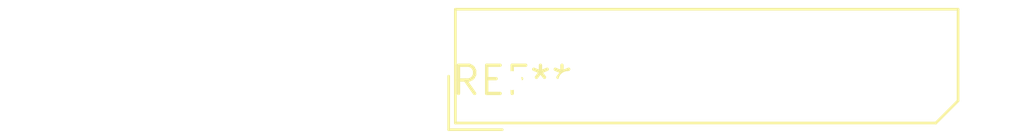
<source format=kicad_pcb>
(kicad_pcb (version 20240108) (generator pcbnew)
  (layers (0 "F.Cu" signal) (31 "B.Cu" signal) (34 "B.Paste" user) (35 "F.Paste" user) (36 "B.SilkS" user "B.Silkscreen") (37 "F.SilkS" user "F.Silkscreen") (38 "B.Mask" user) (39 "F.Mask" user) (44 "Edge.Cuts" user))
  (net 0 "")
  (footprint "Molex_SPOX_5267-08A_1x08_P2.50mm_Vertical" (layer "F.Cu") (at 0 0)
    (property "Reference" "REF**")
    (property "Value" "Molex_SPOX_5267-08A_1x08_P2.50mm_Vertical")
    (fp_line (start -2.86 -0.2) (end -2.86 2.21) (layer "F.SilkS") (stroke (width 0.12)))
    (fp_line (start -2.86 2.21) (end -0.45 2.21) (layer "F.SilkS") (stroke (width 0.12)))
    (fp_line (start -2.56 -3.21) (end -2.56 1.91) (layer "F.SilkS") (stroke (width 0.12)))
    (fp_line (start -2.56 1.91) (end 19.06 1.91) (layer "F.SilkS") (stroke (width 0.12)))
    (fp_line (start 19.06 1.91) (end 20.06 0.91) (layer "F.SilkS") (stroke (width 0.12)))
    (fp_line (start 20.06 -3.21) (end -2.56 -3.21) (layer "F.SilkS") (stroke (width 0.12)))
    (fp_line (start 20.06 0.91) (end 20.06 -3.21) (layer "F.SilkS") (stroke (width 0.12)))
    (pad "1" thru_hole roundrect (at 0 0) (size 1.7 1.85) (drill 0.85) (layers *.Cu *.Mask) (remove_unused_layers) (roundrect_rratio 0.147059))
    (pad "2" thru_hole oval (at 2.5 0) (size 1.7 1.85) (drill 0.85) (layers *.Cu *.Mask) (remove_unused_layers))
    (pad "3" thru_hole oval (at 5 0) (size 1.7 1.85) (drill 0.85) (layers *.Cu *.Mask) (remove_unused_layers))
    (pad "4" thru_hole oval (at 7.5 0) (size 1.7 1.85) (drill 0.85) (layers *.Cu *.Mask) (remove_unused_layers))
    (pad "5" thru_hole oval (at 10 0) (size 1.7 1.85) (drill 0.85) (layers *.Cu *.Mask) (remove_unused_layers))
    (pad "6" thru_hole oval (at 12.5 0) (size 1.7 1.85) (drill 0.85) (layers *.Cu *.Mask) (remove_unused_layers))
    (pad "7" thru_hole oval (at 15 0) (size 1.7 1.85) (drill 0.85) (layers *.Cu *.Mask) (remove_unused_layers))
    (pad "8" thru_hole oval (at 17.5 0) (size 1.7 1.85) (drill 0.85) (layers *.Cu *.Mask) (remove_unused_layers))
  )
)
</source>
